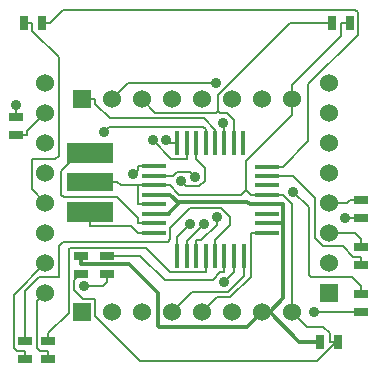
<source format=gtl>
G04 (created by PCBNEW-RS274X (2011-05-25)-stable) date Mon 01 Oct 2012 10:51:08 AM PDT*
G01*
G70*
G90*
%MOIN*%
G04 Gerber Fmt 3.4, Leading zero omitted, Abs format*
%FSLAX34Y34*%
G04 APERTURE LIST*
%ADD10C,0.006000*%
%ADD11R,0.025000X0.045000*%
%ADD12R,0.045000X0.025000*%
%ADD13R,0.078700X0.017700*%
%ADD14R,0.017700X0.078700*%
%ADD15C,0.060000*%
%ADD16R,0.060000X0.060000*%
%ADD17R,0.157500X0.059100*%
%ADD18R,0.157500X0.066900*%
%ADD19C,0.035000*%
%ADD20C,0.008000*%
%ADD21C,0.012000*%
G04 APERTURE END LIST*
G54D10*
G54D11*
X50487Y-27559D03*
X51087Y-27559D03*
G54D12*
X41043Y-38784D03*
X41043Y-38184D03*
X40256Y-38784D03*
X40256Y-38184D03*
X43012Y-35930D03*
X43012Y-35330D03*
X51476Y-36609D03*
X51476Y-37209D03*
X39961Y-31304D03*
X39961Y-30704D03*
X51476Y-33460D03*
X51476Y-34060D03*
X51476Y-35035D03*
X51476Y-35635D03*
G54D11*
X40251Y-27559D03*
X40851Y-27559D03*
G54D13*
X44561Y-34558D03*
X44561Y-34243D03*
X44561Y-33928D03*
X44561Y-33613D03*
X44561Y-33298D03*
X44561Y-32983D03*
X44561Y-32668D03*
X44561Y-32353D03*
X48327Y-32355D03*
X48327Y-34565D03*
X48327Y-34245D03*
X48327Y-33925D03*
X48327Y-33615D03*
X48327Y-33295D03*
X48327Y-32985D03*
X48327Y-32665D03*
G54D14*
X45345Y-31565D03*
X45659Y-31565D03*
X45975Y-31565D03*
X46289Y-31565D03*
X46605Y-31565D03*
X46919Y-31565D03*
X47235Y-31565D03*
X47549Y-31565D03*
X45347Y-35345D03*
X45657Y-35345D03*
X45977Y-35345D03*
X46287Y-35345D03*
X46597Y-35345D03*
X46917Y-35345D03*
X47237Y-35345D03*
X47557Y-35345D03*
G54D15*
X40945Y-29569D03*
X40945Y-30569D03*
X40945Y-31569D03*
X40945Y-32569D03*
X40945Y-33569D03*
X40945Y-34569D03*
X40945Y-35569D03*
X40945Y-36569D03*
G54D16*
X50394Y-36569D03*
G54D15*
X50394Y-35569D03*
X50394Y-34569D03*
X50394Y-33569D03*
X50394Y-32569D03*
X50394Y-31569D03*
X50394Y-30569D03*
X50394Y-29569D03*
G54D12*
X42126Y-35330D03*
X42126Y-35930D03*
G54D11*
X50094Y-38189D03*
X50694Y-38189D03*
G54D16*
X42169Y-30118D03*
G54D15*
X43169Y-30118D03*
X44169Y-30118D03*
X45169Y-30118D03*
X46169Y-30118D03*
X47169Y-30118D03*
X48169Y-30118D03*
X49169Y-30118D03*
G54D16*
X42169Y-37205D03*
G54D15*
X43169Y-37205D03*
X44169Y-37205D03*
X45169Y-37205D03*
X46169Y-37205D03*
X47169Y-37205D03*
X48169Y-37205D03*
X49169Y-37205D03*
G54D17*
X42421Y-32874D03*
G54D18*
X42421Y-33858D03*
X42421Y-31890D03*
G54D19*
X46623Y-29576D03*
X46864Y-30889D03*
X39966Y-30297D03*
X46903Y-36206D03*
X49892Y-37209D03*
X45938Y-32699D03*
X45785Y-34266D03*
X46238Y-34272D03*
X45470Y-32853D03*
X46654Y-34045D03*
X44521Y-31480D03*
X43876Y-32621D03*
X44977Y-31481D03*
X42888Y-31208D03*
X49208Y-33192D03*
X42239Y-36340D03*
X50929Y-34069D03*
G54D20*
X51087Y-27559D02*
X50819Y-27559D01*
X44561Y-33613D02*
X44025Y-33613D01*
X44561Y-32983D02*
X45098Y-32983D01*
X44025Y-32983D02*
X44025Y-33613D01*
X44561Y-32983D02*
X44025Y-32983D01*
X50694Y-38189D02*
X50560Y-38189D01*
X50560Y-38189D02*
X50426Y-38189D01*
X41919Y-36137D02*
X42126Y-35930D01*
X41919Y-36484D02*
X41919Y-36137D01*
X42196Y-36761D02*
X41919Y-36484D01*
X42591Y-36761D02*
X42196Y-36761D01*
X42613Y-36783D02*
X42591Y-36761D01*
X42613Y-37351D02*
X42613Y-36783D01*
X44087Y-38825D02*
X42613Y-37351D01*
X50015Y-38825D02*
X44087Y-38825D01*
X50560Y-38280D02*
X50015Y-38825D01*
X50560Y-38189D02*
X50560Y-38280D01*
X43461Y-32983D02*
X44025Y-32983D01*
X43352Y-32874D02*
X43461Y-32983D01*
X42421Y-32874D02*
X43352Y-32874D01*
X48059Y-33295D02*
X47791Y-33295D01*
X48059Y-33295D02*
X48327Y-33295D01*
X50426Y-37921D02*
X50426Y-38189D01*
X50206Y-37701D02*
X50426Y-37921D01*
X49665Y-37701D02*
X50206Y-37701D01*
X49169Y-37205D02*
X49665Y-37701D01*
X49169Y-33603D02*
X49169Y-37205D01*
X48864Y-33298D02*
X49169Y-33603D01*
X48864Y-33295D02*
X48864Y-33298D01*
X48327Y-33295D02*
X48864Y-33295D01*
X47634Y-33138D02*
X47791Y-33295D01*
X47472Y-33300D02*
X47634Y-33138D01*
X45415Y-33300D02*
X47472Y-33300D01*
X45098Y-32983D02*
X45415Y-33300D01*
X49169Y-30645D02*
X49169Y-30118D01*
X47634Y-32180D02*
X49169Y-30645D01*
X47634Y-33138D02*
X47634Y-32180D01*
X49169Y-29646D02*
X49169Y-30118D01*
X50819Y-27996D02*
X49169Y-29646D01*
X50819Y-27559D02*
X50819Y-27996D01*
X51278Y-34569D02*
X51476Y-34767D01*
X50394Y-34569D02*
X51278Y-34569D01*
X51476Y-35035D02*
X51476Y-34767D01*
X46605Y-31122D02*
X46605Y-31565D01*
X46232Y-30749D02*
X46605Y-31122D01*
X43104Y-30749D02*
X46232Y-30749D01*
X42612Y-30257D02*
X43104Y-30749D01*
X42612Y-30118D02*
X42612Y-30257D01*
X42169Y-30118D02*
X42612Y-30118D01*
X46864Y-30973D02*
X46919Y-31028D01*
X46864Y-30889D02*
X46864Y-30973D01*
X46919Y-31565D02*
X46919Y-31028D01*
X43711Y-29576D02*
X46623Y-29576D01*
X43169Y-30118D02*
X43711Y-29576D01*
X39961Y-30302D02*
X39966Y-30297D01*
X39961Y-30704D02*
X39961Y-30302D01*
X47557Y-36003D02*
X47557Y-35345D01*
X47025Y-36535D02*
X47557Y-36003D01*
X45839Y-36535D02*
X47025Y-36535D01*
X45169Y-37205D02*
X45839Y-36535D01*
X47237Y-35345D02*
X47237Y-35881D01*
X47228Y-35881D02*
X47237Y-35881D01*
X46903Y-36206D02*
X47228Y-35881D01*
X51476Y-37209D02*
X49892Y-37209D01*
X45205Y-32668D02*
X44561Y-32668D01*
X45338Y-32535D02*
X45205Y-32668D01*
X45774Y-32535D02*
X45338Y-32535D01*
X45938Y-32699D02*
X45774Y-32535D01*
X42421Y-33858D02*
X42421Y-34336D01*
X44561Y-34558D02*
X44025Y-34558D01*
X43803Y-34336D02*
X42421Y-34336D01*
X44025Y-34558D02*
X43803Y-34336D01*
X45347Y-34704D02*
X45785Y-34266D01*
X45347Y-35345D02*
X45347Y-34704D01*
X45657Y-35345D02*
X45657Y-34808D01*
X45702Y-34808D02*
X46238Y-34272D01*
X45657Y-34808D02*
X45702Y-34808D01*
X45635Y-33018D02*
X45470Y-32853D01*
X46071Y-33018D02*
X45635Y-33018D01*
X46267Y-32822D02*
X46071Y-33018D01*
X46267Y-32393D02*
X46267Y-32822D01*
X45975Y-32101D02*
X46267Y-32393D01*
X45975Y-31565D02*
X45975Y-32101D01*
X45977Y-35345D02*
X45977Y-34808D01*
X46654Y-34307D02*
X46654Y-34045D01*
X46153Y-34808D02*
X46654Y-34307D01*
X45977Y-34808D02*
X46153Y-34808D01*
X45659Y-31565D02*
X45659Y-32101D01*
X45142Y-32101D02*
X44521Y-31480D01*
X45659Y-32101D02*
X45142Y-32101D01*
X41725Y-37234D02*
X41043Y-37916D01*
X41725Y-35115D02*
X41725Y-37234D01*
X41779Y-35061D02*
X41725Y-35115D01*
X44294Y-35061D02*
X41779Y-35061D01*
X45114Y-35881D02*
X44294Y-35061D01*
X46287Y-35881D02*
X45114Y-35881D01*
X46287Y-35345D02*
X46287Y-35881D01*
X41043Y-38184D02*
X41043Y-37916D01*
X44025Y-32472D02*
X43876Y-32621D01*
X44025Y-32353D02*
X44025Y-32472D01*
X44561Y-32353D02*
X44025Y-32353D01*
X45061Y-31565D02*
X44977Y-31481D01*
X45345Y-31565D02*
X45061Y-31565D01*
X51208Y-35367D02*
X51476Y-35367D01*
X50854Y-35013D02*
X51208Y-35367D01*
X50200Y-35013D02*
X50854Y-35013D01*
X49939Y-34752D02*
X50200Y-35013D01*
X49939Y-33417D02*
X49939Y-34752D01*
X49187Y-32665D02*
X49939Y-33417D01*
X48327Y-32665D02*
X49187Y-32665D01*
X51476Y-35635D02*
X51476Y-35367D01*
X41549Y-27129D02*
X41119Y-27559D01*
X51273Y-27129D02*
X41549Y-27129D01*
X51356Y-27212D02*
X51273Y-27129D01*
X51356Y-27963D02*
X51356Y-27212D01*
X49716Y-29603D02*
X51356Y-27963D01*
X49716Y-31503D02*
X49716Y-29603D01*
X48864Y-32355D02*
X49716Y-31503D01*
X48327Y-32355D02*
X48864Y-32355D01*
X40851Y-27559D02*
X41119Y-27559D01*
X47235Y-31565D02*
X47235Y-31028D01*
X50487Y-27559D02*
X50219Y-27559D01*
X49094Y-27559D02*
X50219Y-27559D01*
X46697Y-29956D02*
X49094Y-27559D01*
X46697Y-30490D02*
X46697Y-29956D01*
X46778Y-30571D02*
X46697Y-30490D01*
X46997Y-30571D02*
X46778Y-30571D01*
X47235Y-30809D02*
X46997Y-30571D01*
X47235Y-31028D02*
X47235Y-30809D01*
X44616Y-30565D02*
X44169Y-30118D01*
X46622Y-30565D02*
X44616Y-30565D01*
X46697Y-30490D02*
X46622Y-30565D01*
X46289Y-31108D02*
X46289Y-31565D01*
X46208Y-31027D02*
X46289Y-31108D01*
X43069Y-31027D02*
X46208Y-31027D01*
X42888Y-31208D02*
X43069Y-31027D01*
X46917Y-35345D02*
X46917Y-35881D01*
X44119Y-35330D02*
X43012Y-35330D01*
X44923Y-36134D02*
X44119Y-35330D01*
X46525Y-36134D02*
X44923Y-36134D01*
X46778Y-35881D02*
X46525Y-36134D01*
X46917Y-35881D02*
X46778Y-35881D01*
X51476Y-36609D02*
X51476Y-36341D01*
X51176Y-36041D02*
X51476Y-36341D01*
X49804Y-36041D02*
X51176Y-36041D01*
X49733Y-35970D02*
X49804Y-36041D01*
X49733Y-33717D02*
X49733Y-35970D01*
X49208Y-33192D02*
X49733Y-33717D01*
X46597Y-35345D02*
X46597Y-34808D01*
X40256Y-36519D02*
X40256Y-38184D01*
X40750Y-36025D02*
X40256Y-36519D01*
X41387Y-36025D02*
X40750Y-36025D01*
X41409Y-36003D02*
X41387Y-36025D01*
X41409Y-35003D02*
X41409Y-36003D01*
X41553Y-34859D02*
X41409Y-35003D01*
X45025Y-34859D02*
X41553Y-34859D01*
X45106Y-34778D02*
X45025Y-34859D01*
X45106Y-34399D02*
X45106Y-34778D01*
X45778Y-33727D02*
X45106Y-34399D01*
X46804Y-33727D02*
X45778Y-33727D01*
X47105Y-34028D02*
X46804Y-33727D01*
X47105Y-34300D02*
X47105Y-34028D01*
X46597Y-34808D02*
X47105Y-34300D01*
X50999Y-33569D02*
X51108Y-33460D01*
X50394Y-33569D02*
X50999Y-33569D01*
X51476Y-33460D02*
X51108Y-33460D01*
X40329Y-31185D02*
X40329Y-31304D01*
X40945Y-30569D02*
X40329Y-31185D01*
X39961Y-31304D02*
X40329Y-31304D01*
X42870Y-36340D02*
X43012Y-36198D01*
X42239Y-36340D02*
X42870Y-36340D01*
X43012Y-35930D02*
X43012Y-36198D01*
X40519Y-27827D02*
X40519Y-27559D01*
X41389Y-28697D02*
X40519Y-27827D01*
X41389Y-32003D02*
X41389Y-28697D01*
X41279Y-32113D02*
X41389Y-32003D01*
X40519Y-32113D02*
X41279Y-32113D01*
X40497Y-32135D02*
X40519Y-32113D01*
X40497Y-33121D02*
X40497Y-32135D01*
X40945Y-33569D02*
X40497Y-33121D01*
X40251Y-27559D02*
X40519Y-27559D01*
X39988Y-38516D02*
X40256Y-38516D01*
X39887Y-38415D02*
X39988Y-38516D01*
X39887Y-36627D02*
X39887Y-38415D01*
X40945Y-35569D02*
X39887Y-36627D01*
X40256Y-38784D02*
X40256Y-38516D01*
X40775Y-38516D02*
X41043Y-38516D01*
X40674Y-38415D02*
X40775Y-38516D01*
X40674Y-36840D02*
X40674Y-38415D01*
X40945Y-36569D02*
X40674Y-36840D01*
X41043Y-38784D02*
X41043Y-38516D01*
X44025Y-34074D02*
X44025Y-34243D01*
X43331Y-33380D02*
X44025Y-34074D01*
X41569Y-33380D02*
X43331Y-33380D01*
X41481Y-33292D02*
X41569Y-33380D01*
X41481Y-32498D02*
X41481Y-33292D01*
X42089Y-31890D02*
X41481Y-32498D01*
X42421Y-31890D02*
X42089Y-31890D01*
X44561Y-34243D02*
X44025Y-34243D01*
X48327Y-34565D02*
X47791Y-34565D01*
X47791Y-36029D02*
X47791Y-34565D01*
X47102Y-36718D02*
X47791Y-36029D01*
X46656Y-36718D02*
X47102Y-36718D01*
X46169Y-37205D02*
X46656Y-36718D01*
X51099Y-34069D02*
X51108Y-34060D01*
X50929Y-34069D02*
X51099Y-34069D01*
X51476Y-34060D02*
X51108Y-34060D01*
G54D21*
X44561Y-33298D02*
X45118Y-33298D01*
X44561Y-33928D02*
X45062Y-33928D01*
X48105Y-33615D02*
X47771Y-33615D01*
X42126Y-35330D02*
X42126Y-35618D01*
X49405Y-38189D02*
X48421Y-37205D01*
X50094Y-38189D02*
X49405Y-38189D01*
X48421Y-37205D02*
X48169Y-37205D01*
X48884Y-36742D02*
X48884Y-34245D01*
X48421Y-37205D02*
X48884Y-36742D01*
X48327Y-34245D02*
X48884Y-34245D01*
X48105Y-33615D02*
X48327Y-33615D01*
X48884Y-33615D02*
X48884Y-34245D01*
X48327Y-33615D02*
X48884Y-33615D01*
X47674Y-37700D02*
X48169Y-37205D01*
X44737Y-37700D02*
X47674Y-37700D01*
X44703Y-37666D02*
X44737Y-37700D01*
X44703Y-36573D02*
X44703Y-37666D01*
X43748Y-35618D02*
X44703Y-36573D01*
X42126Y-35618D02*
X43748Y-35618D01*
X45395Y-33574D02*
X45118Y-33298D01*
X45445Y-33524D02*
X45395Y-33574D01*
X47680Y-33524D02*
X45445Y-33524D01*
X47771Y-33615D02*
X47680Y-33524D01*
X45062Y-33907D02*
X45062Y-33928D01*
X45395Y-33574D02*
X45062Y-33907D01*
M02*

</source>
